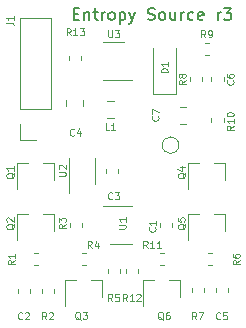
<source format=gto>
G04 #@! TF.GenerationSoftware,KiCad,Pcbnew,(5.1.10)-1*
G04 #@! TF.CreationDate,2021-08-02T23:12:01-04:00*
G04 #@! TF.ProjectId,entropy r3,656e7472-6f70-4792-9072-332e6b696361,rev?*
G04 #@! TF.SameCoordinates,Original*
G04 #@! TF.FileFunction,Legend,Top*
G04 #@! TF.FilePolarity,Positive*
%FSLAX46Y46*%
G04 Gerber Fmt 4.6, Leading zero omitted, Abs format (unit mm)*
G04 Created by KiCad (PCBNEW (5.1.10)-1) date 2021-08-02 23:12:01*
%MOMM*%
%LPD*%
G01*
G04 APERTURE LIST*
%ADD10C,0.150000*%
%ADD11C,0.120000*%
%ADD12C,0.100000*%
G04 APERTURE END LIST*
D10*
X138857142Y-56428571D02*
X139190476Y-56428571D01*
X139333333Y-56952380D02*
X138857142Y-56952380D01*
X138857142Y-55952380D01*
X139333333Y-55952380D01*
X139761904Y-56285714D02*
X139761904Y-56952380D01*
X139761904Y-56380952D02*
X139809523Y-56333333D01*
X139904761Y-56285714D01*
X140047619Y-56285714D01*
X140142857Y-56333333D01*
X140190476Y-56428571D01*
X140190476Y-56952380D01*
X140523809Y-56285714D02*
X140904761Y-56285714D01*
X140666666Y-55952380D02*
X140666666Y-56809523D01*
X140714285Y-56904761D01*
X140809523Y-56952380D01*
X140904761Y-56952380D01*
X141238095Y-56952380D02*
X141238095Y-56285714D01*
X141238095Y-56476190D02*
X141285714Y-56380952D01*
X141333333Y-56333333D01*
X141428571Y-56285714D01*
X141523809Y-56285714D01*
X142000000Y-56952380D02*
X141904761Y-56904761D01*
X141857142Y-56857142D01*
X141809523Y-56761904D01*
X141809523Y-56476190D01*
X141857142Y-56380952D01*
X141904761Y-56333333D01*
X142000000Y-56285714D01*
X142142857Y-56285714D01*
X142238095Y-56333333D01*
X142285714Y-56380952D01*
X142333333Y-56476190D01*
X142333333Y-56761904D01*
X142285714Y-56857142D01*
X142238095Y-56904761D01*
X142142857Y-56952380D01*
X142000000Y-56952380D01*
X142761904Y-56285714D02*
X142761904Y-57285714D01*
X142761904Y-56333333D02*
X142857142Y-56285714D01*
X143047619Y-56285714D01*
X143142857Y-56333333D01*
X143190476Y-56380952D01*
X143238095Y-56476190D01*
X143238095Y-56761904D01*
X143190476Y-56857142D01*
X143142857Y-56904761D01*
X143047619Y-56952380D01*
X142857142Y-56952380D01*
X142761904Y-56904761D01*
X143571428Y-56285714D02*
X143809523Y-56952380D01*
X144047619Y-56285714D02*
X143809523Y-56952380D01*
X143714285Y-57190476D01*
X143666666Y-57238095D01*
X143571428Y-57285714D01*
X145142857Y-56904761D02*
X145285714Y-56952380D01*
X145523809Y-56952380D01*
X145619047Y-56904761D01*
X145666666Y-56857142D01*
X145714285Y-56761904D01*
X145714285Y-56666666D01*
X145666666Y-56571428D01*
X145619047Y-56523809D01*
X145523809Y-56476190D01*
X145333333Y-56428571D01*
X145238095Y-56380952D01*
X145190476Y-56333333D01*
X145142857Y-56238095D01*
X145142857Y-56142857D01*
X145190476Y-56047619D01*
X145238095Y-56000000D01*
X145333333Y-55952380D01*
X145571428Y-55952380D01*
X145714285Y-56000000D01*
X146285714Y-56952380D02*
X146190476Y-56904761D01*
X146142857Y-56857142D01*
X146095238Y-56761904D01*
X146095238Y-56476190D01*
X146142857Y-56380952D01*
X146190476Y-56333333D01*
X146285714Y-56285714D01*
X146428571Y-56285714D01*
X146523809Y-56333333D01*
X146571428Y-56380952D01*
X146619047Y-56476190D01*
X146619047Y-56761904D01*
X146571428Y-56857142D01*
X146523809Y-56904761D01*
X146428571Y-56952380D01*
X146285714Y-56952380D01*
X147476190Y-56285714D02*
X147476190Y-56952380D01*
X147047619Y-56285714D02*
X147047619Y-56809523D01*
X147095238Y-56904761D01*
X147190476Y-56952380D01*
X147333333Y-56952380D01*
X147428571Y-56904761D01*
X147476190Y-56857142D01*
X147952380Y-56952380D02*
X147952380Y-56285714D01*
X147952380Y-56476190D02*
X148000000Y-56380952D01*
X148047619Y-56333333D01*
X148142857Y-56285714D01*
X148238095Y-56285714D01*
X149000000Y-56904761D02*
X148904761Y-56952380D01*
X148714285Y-56952380D01*
X148619047Y-56904761D01*
X148571428Y-56857142D01*
X148523809Y-56761904D01*
X148523809Y-56476190D01*
X148571428Y-56380952D01*
X148619047Y-56333333D01*
X148714285Y-56285714D01*
X148904761Y-56285714D01*
X149000000Y-56333333D01*
X149809523Y-56904761D02*
X149714285Y-56952380D01*
X149523809Y-56952380D01*
X149428571Y-56904761D01*
X149380952Y-56809523D01*
X149380952Y-56428571D01*
X149428571Y-56333333D01*
X149523809Y-56285714D01*
X149714285Y-56285714D01*
X149809523Y-56333333D01*
X149857142Y-56428571D01*
X149857142Y-56523809D01*
X149380952Y-56619047D01*
X151047619Y-56952380D02*
X151047619Y-56285714D01*
X151047619Y-56476190D02*
X151095238Y-56380952D01*
X151142857Y-56333333D01*
X151238095Y-56285714D01*
X151333333Y-56285714D01*
X151571428Y-55952380D02*
X152190476Y-55952380D01*
X151857142Y-56333333D01*
X152000000Y-56333333D01*
X152095238Y-56380952D01*
X152142857Y-56428571D01*
X152190476Y-56523809D01*
X152190476Y-56761904D01*
X152142857Y-56857142D01*
X152095238Y-56904761D01*
X152000000Y-56952380D01*
X151714285Y-56952380D01*
X151619047Y-56904761D01*
X151571428Y-56857142D01*
D11*
X148359252Y-64310000D02*
X147836748Y-64310000D01*
X148359252Y-65730000D02*
X147836748Y-65730000D01*
X147766000Y-67564000D02*
G75*
G03*
X147766000Y-67564000I-700000J0D01*
G01*
X145558000Y-63210000D02*
X145558000Y-59310000D01*
X147558000Y-63210000D02*
X147558000Y-59310000D01*
X145558000Y-63210000D02*
X147558000Y-63210000D01*
X146175000Y-74123733D02*
X146175000Y-74466267D01*
X147195000Y-74123733D02*
X147195000Y-74466267D01*
X135130000Y-80054267D02*
X135130000Y-79711733D01*
X134110000Y-80054267D02*
X134110000Y-79711733D01*
X142623000Y-69551733D02*
X142623000Y-69894267D01*
X141603000Y-69551733D02*
X141603000Y-69894267D01*
X139648000Y-63746748D02*
X139648000Y-64269252D01*
X138228000Y-63746748D02*
X138228000Y-64269252D01*
X150874000Y-80004267D02*
X150874000Y-79661733D01*
X151894000Y-80004267D02*
X151894000Y-79661733D01*
X151548000Y-62151267D02*
X151548000Y-61808733D01*
X150528000Y-62151267D02*
X150528000Y-61808733D01*
X141724748Y-65226000D02*
X142247252Y-65226000D01*
X141724748Y-63806000D02*
X142247252Y-63806000D01*
X135807267Y-77726000D02*
X135464733Y-77726000D01*
X135807267Y-76706000D02*
X135464733Y-76706000D01*
X136142000Y-79711733D02*
X136142000Y-80054267D01*
X137162000Y-79711733D02*
X137162000Y-80054267D01*
X138555000Y-74123733D02*
X138555000Y-74466267D01*
X139575000Y-74123733D02*
X139575000Y-74466267D01*
X139528733Y-76706000D02*
X139871267Y-76706000D01*
X139528733Y-77726000D02*
X139871267Y-77726000D01*
X141730000Y-78060733D02*
X141730000Y-78403267D01*
X142750000Y-78060733D02*
X142750000Y-78403267D01*
X150196733Y-76706000D02*
X150539267Y-76706000D01*
X150196733Y-77726000D02*
X150539267Y-77726000D01*
X149862000Y-79661733D02*
X149862000Y-80004267D01*
X148842000Y-79661733D02*
X148842000Y-80004267D01*
X148688000Y-62161267D02*
X148688000Y-61818733D01*
X149708000Y-62161267D02*
X149708000Y-61818733D01*
X149942733Y-59946000D02*
X150285267Y-59946000D01*
X149942733Y-58926000D02*
X150285267Y-58926000D01*
X151548000Y-65621267D02*
X151548000Y-65278733D01*
X150528000Y-65621267D02*
X150528000Y-65278733D01*
X146475267Y-76706000D02*
X146132733Y-76706000D01*
X146475267Y-77726000D02*
X146132733Y-77726000D01*
X144274000Y-78060733D02*
X144274000Y-78403267D01*
X143254000Y-78060733D02*
X143254000Y-78403267D01*
X143775000Y-72685000D02*
X141325000Y-72685000D01*
X141975000Y-75905000D02*
X143775000Y-75905000D01*
X138473000Y-68623000D02*
X138473000Y-71623000D01*
X140673000Y-68623000D02*
X140673000Y-70823000D01*
X143140000Y-58842000D02*
X141340000Y-58842000D01*
X141340000Y-62062000D02*
X143790000Y-62062000D01*
X135636000Y-67116000D02*
X134306000Y-67116000D01*
X134306000Y-67116000D02*
X134306000Y-65786000D01*
X134306000Y-64516000D02*
X134306000Y-56836000D01*
X136966000Y-56836000D02*
X134306000Y-56836000D01*
X136966000Y-64516000D02*
X136966000Y-56836000D01*
X136966000Y-64516000D02*
X134306000Y-64516000D01*
X137216000Y-69090000D02*
X136286000Y-69090000D01*
X134056000Y-69090000D02*
X134986000Y-69090000D01*
X134056000Y-69090000D02*
X134056000Y-71250000D01*
X137216000Y-69090000D02*
X137216000Y-70550000D01*
X137216000Y-73408000D02*
X137216000Y-74868000D01*
X134056000Y-73408000D02*
X134056000Y-75568000D01*
X134056000Y-73408000D02*
X134986000Y-73408000D01*
X137216000Y-73408000D02*
X136286000Y-73408000D01*
X141280000Y-78996000D02*
X141280000Y-80456000D01*
X138120000Y-78996000D02*
X138120000Y-81156000D01*
X138120000Y-78996000D02*
X139050000Y-78996000D01*
X141280000Y-78996000D02*
X140350000Y-78996000D01*
X151694000Y-69090000D02*
X150764000Y-69090000D01*
X148534000Y-69090000D02*
X149464000Y-69090000D01*
X148534000Y-69090000D02*
X148534000Y-71250000D01*
X151694000Y-69090000D02*
X151694000Y-70550000D01*
X151694000Y-73408000D02*
X151694000Y-74868000D01*
X148534000Y-73408000D02*
X148534000Y-75568000D01*
X148534000Y-73408000D02*
X149464000Y-73408000D01*
X151694000Y-73408000D02*
X150764000Y-73408000D01*
X147884000Y-78996000D02*
X146954000Y-78996000D01*
X144724000Y-78996000D02*
X145654000Y-78996000D01*
X144724000Y-78996000D02*
X144724000Y-81156000D01*
X147884000Y-78996000D02*
X147884000Y-80456000D01*
X139448000Y-60369267D02*
X139448000Y-60026733D01*
X138428000Y-60369267D02*
X138428000Y-60026733D01*
D12*
X146010285Y-65124000D02*
X146038857Y-65152571D01*
X146067428Y-65238285D01*
X146067428Y-65295428D01*
X146038857Y-65381142D01*
X145981714Y-65438285D01*
X145924571Y-65466857D01*
X145810285Y-65495428D01*
X145724571Y-65495428D01*
X145610285Y-65466857D01*
X145553142Y-65438285D01*
X145496000Y-65381142D01*
X145467428Y-65295428D01*
X145467428Y-65238285D01*
X145496000Y-65152571D01*
X145524571Y-65124000D01*
X145467428Y-64924000D02*
X145467428Y-64524000D01*
X146067428Y-64781142D01*
X146829428Y-61402857D02*
X146229428Y-61402857D01*
X146229428Y-61260000D01*
X146258000Y-61174285D01*
X146315142Y-61117142D01*
X146372285Y-61088571D01*
X146486571Y-61060000D01*
X146572285Y-61060000D01*
X146686571Y-61088571D01*
X146743714Y-61117142D01*
X146800857Y-61174285D01*
X146829428Y-61260000D01*
X146829428Y-61402857D01*
X146829428Y-60488571D02*
X146829428Y-60831428D01*
X146829428Y-60660000D02*
X146229428Y-60660000D01*
X146315142Y-60717142D01*
X146372285Y-60774285D01*
X146400857Y-60831428D01*
X145756285Y-74522000D02*
X145784857Y-74550571D01*
X145813428Y-74636285D01*
X145813428Y-74693428D01*
X145784857Y-74779142D01*
X145727714Y-74836285D01*
X145670571Y-74864857D01*
X145556285Y-74893428D01*
X145470571Y-74893428D01*
X145356285Y-74864857D01*
X145299142Y-74836285D01*
X145242000Y-74779142D01*
X145213428Y-74693428D01*
X145213428Y-74636285D01*
X145242000Y-74550571D01*
X145270571Y-74522000D01*
X145813428Y-73950571D02*
X145813428Y-74293428D01*
X145813428Y-74122000D02*
X145213428Y-74122000D01*
X145299142Y-74179142D01*
X145356285Y-74236285D01*
X145384857Y-74293428D01*
X134520000Y-82256285D02*
X134491428Y-82284857D01*
X134405714Y-82313428D01*
X134348571Y-82313428D01*
X134262857Y-82284857D01*
X134205714Y-82227714D01*
X134177142Y-82170571D01*
X134148571Y-82056285D01*
X134148571Y-81970571D01*
X134177142Y-81856285D01*
X134205714Y-81799142D01*
X134262857Y-81742000D01*
X134348571Y-81713428D01*
X134405714Y-81713428D01*
X134491428Y-81742000D01*
X134520000Y-81770571D01*
X134748571Y-81770571D02*
X134777142Y-81742000D01*
X134834285Y-81713428D01*
X134977142Y-81713428D01*
X135034285Y-81742000D01*
X135062857Y-81770571D01*
X135091428Y-81827714D01*
X135091428Y-81884857D01*
X135062857Y-81970571D01*
X134720000Y-82313428D01*
X135091428Y-82313428D01*
X142140000Y-72096285D02*
X142111428Y-72124857D01*
X142025714Y-72153428D01*
X141968571Y-72153428D01*
X141882857Y-72124857D01*
X141825714Y-72067714D01*
X141797142Y-72010571D01*
X141768571Y-71896285D01*
X141768571Y-71810571D01*
X141797142Y-71696285D01*
X141825714Y-71639142D01*
X141882857Y-71582000D01*
X141968571Y-71553428D01*
X142025714Y-71553428D01*
X142111428Y-71582000D01*
X142140000Y-71610571D01*
X142340000Y-71553428D02*
X142711428Y-71553428D01*
X142511428Y-71782000D01*
X142597142Y-71782000D01*
X142654285Y-71810571D01*
X142682857Y-71839142D01*
X142711428Y-71896285D01*
X142711428Y-72039142D01*
X142682857Y-72096285D01*
X142654285Y-72124857D01*
X142597142Y-72153428D01*
X142425714Y-72153428D01*
X142368571Y-72124857D01*
X142340000Y-72096285D01*
X138900000Y-66714285D02*
X138871428Y-66742857D01*
X138785714Y-66771428D01*
X138728571Y-66771428D01*
X138642857Y-66742857D01*
X138585714Y-66685714D01*
X138557142Y-66628571D01*
X138528571Y-66514285D01*
X138528571Y-66428571D01*
X138557142Y-66314285D01*
X138585714Y-66257142D01*
X138642857Y-66200000D01*
X138728571Y-66171428D01*
X138785714Y-66171428D01*
X138871428Y-66200000D01*
X138900000Y-66228571D01*
X139414285Y-66371428D02*
X139414285Y-66771428D01*
X139271428Y-66142857D02*
X139128571Y-66571428D01*
X139500000Y-66571428D01*
X151284000Y-82256285D02*
X151255428Y-82284857D01*
X151169714Y-82313428D01*
X151112571Y-82313428D01*
X151026857Y-82284857D01*
X150969714Y-82227714D01*
X150941142Y-82170571D01*
X150912571Y-82056285D01*
X150912571Y-81970571D01*
X150941142Y-81856285D01*
X150969714Y-81799142D01*
X151026857Y-81742000D01*
X151112571Y-81713428D01*
X151169714Y-81713428D01*
X151255428Y-81742000D01*
X151284000Y-81770571D01*
X151826857Y-81713428D02*
X151541142Y-81713428D01*
X151512571Y-81999142D01*
X151541142Y-81970571D01*
X151598285Y-81942000D01*
X151741142Y-81942000D01*
X151798285Y-81970571D01*
X151826857Y-81999142D01*
X151855428Y-82056285D01*
X151855428Y-82199142D01*
X151826857Y-82256285D01*
X151798285Y-82284857D01*
X151741142Y-82313428D01*
X151598285Y-82313428D01*
X151541142Y-82284857D01*
X151512571Y-82256285D01*
X152360285Y-62076000D02*
X152388857Y-62104571D01*
X152417428Y-62190285D01*
X152417428Y-62247428D01*
X152388857Y-62333142D01*
X152331714Y-62390285D01*
X152274571Y-62418857D01*
X152160285Y-62447428D01*
X152074571Y-62447428D01*
X151960285Y-62418857D01*
X151903142Y-62390285D01*
X151846000Y-62333142D01*
X151817428Y-62247428D01*
X151817428Y-62190285D01*
X151846000Y-62104571D01*
X151874571Y-62076000D01*
X151817428Y-61561714D02*
X151817428Y-61676000D01*
X151846000Y-61733142D01*
X151874571Y-61761714D01*
X151960285Y-61818857D01*
X152074571Y-61847428D01*
X152303142Y-61847428D01*
X152360285Y-61818857D01*
X152388857Y-61790285D01*
X152417428Y-61733142D01*
X152417428Y-61618857D01*
X152388857Y-61561714D01*
X152360285Y-61533142D01*
X152303142Y-61504571D01*
X152160285Y-61504571D01*
X152103142Y-61533142D01*
X152074571Y-61561714D01*
X152046000Y-61618857D01*
X152046000Y-61733142D01*
X152074571Y-61790285D01*
X152103142Y-61818857D01*
X152160285Y-61847428D01*
X141886000Y-66311428D02*
X141600285Y-66311428D01*
X141600285Y-65711428D01*
X142400285Y-66311428D02*
X142057428Y-66311428D01*
X142228857Y-66311428D02*
X142228857Y-65711428D01*
X142171714Y-65797142D01*
X142114571Y-65854285D01*
X142057428Y-65882857D01*
X133875428Y-77316000D02*
X133589714Y-77516000D01*
X133875428Y-77658857D02*
X133275428Y-77658857D01*
X133275428Y-77430285D01*
X133304000Y-77373142D01*
X133332571Y-77344571D01*
X133389714Y-77316000D01*
X133475428Y-77316000D01*
X133532571Y-77344571D01*
X133561142Y-77373142D01*
X133589714Y-77430285D01*
X133589714Y-77658857D01*
X133875428Y-76744571D02*
X133875428Y-77087428D01*
X133875428Y-76916000D02*
X133275428Y-76916000D01*
X133361142Y-76973142D01*
X133418285Y-77030285D01*
X133446857Y-77087428D01*
X136552000Y-82313428D02*
X136352000Y-82027714D01*
X136209142Y-82313428D02*
X136209142Y-81713428D01*
X136437714Y-81713428D01*
X136494857Y-81742000D01*
X136523428Y-81770571D01*
X136552000Y-81827714D01*
X136552000Y-81913428D01*
X136523428Y-81970571D01*
X136494857Y-81999142D01*
X136437714Y-82027714D01*
X136209142Y-82027714D01*
X136780571Y-81770571D02*
X136809142Y-81742000D01*
X136866285Y-81713428D01*
X137009142Y-81713428D01*
X137066285Y-81742000D01*
X137094857Y-81770571D01*
X137123428Y-81827714D01*
X137123428Y-81884857D01*
X137094857Y-81970571D01*
X136752000Y-82313428D01*
X137123428Y-82313428D01*
X138193428Y-74268000D02*
X137907714Y-74468000D01*
X138193428Y-74610857D02*
X137593428Y-74610857D01*
X137593428Y-74382285D01*
X137622000Y-74325142D01*
X137650571Y-74296571D01*
X137707714Y-74268000D01*
X137793428Y-74268000D01*
X137850571Y-74296571D01*
X137879142Y-74325142D01*
X137907714Y-74382285D01*
X137907714Y-74610857D01*
X137593428Y-74068000D02*
X137593428Y-73696571D01*
X137822000Y-73896571D01*
X137822000Y-73810857D01*
X137850571Y-73753714D01*
X137879142Y-73725142D01*
X137936285Y-73696571D01*
X138079142Y-73696571D01*
X138136285Y-73725142D01*
X138164857Y-73753714D01*
X138193428Y-73810857D01*
X138193428Y-73982285D01*
X138164857Y-74039428D01*
X138136285Y-74068000D01*
X140400000Y-76271428D02*
X140200000Y-75985714D01*
X140057142Y-76271428D02*
X140057142Y-75671428D01*
X140285714Y-75671428D01*
X140342857Y-75700000D01*
X140371428Y-75728571D01*
X140400000Y-75785714D01*
X140400000Y-75871428D01*
X140371428Y-75928571D01*
X140342857Y-75957142D01*
X140285714Y-75985714D01*
X140057142Y-75985714D01*
X140914285Y-75871428D02*
X140914285Y-76271428D01*
X140771428Y-75642857D02*
X140628571Y-76071428D01*
X141000000Y-76071428D01*
X142140000Y-80771428D02*
X141940000Y-80485714D01*
X141797142Y-80771428D02*
X141797142Y-80171428D01*
X142025714Y-80171428D01*
X142082857Y-80200000D01*
X142111428Y-80228571D01*
X142140000Y-80285714D01*
X142140000Y-80371428D01*
X142111428Y-80428571D01*
X142082857Y-80457142D01*
X142025714Y-80485714D01*
X141797142Y-80485714D01*
X142682857Y-80171428D02*
X142397142Y-80171428D01*
X142368571Y-80457142D01*
X142397142Y-80428571D01*
X142454285Y-80400000D01*
X142597142Y-80400000D01*
X142654285Y-80428571D01*
X142682857Y-80457142D01*
X142711428Y-80514285D01*
X142711428Y-80657142D01*
X142682857Y-80714285D01*
X142654285Y-80742857D01*
X142597142Y-80771428D01*
X142454285Y-80771428D01*
X142397142Y-80742857D01*
X142368571Y-80714285D01*
X152925428Y-77316000D02*
X152639714Y-77516000D01*
X152925428Y-77658857D02*
X152325428Y-77658857D01*
X152325428Y-77430285D01*
X152354000Y-77373142D01*
X152382571Y-77344571D01*
X152439714Y-77316000D01*
X152525428Y-77316000D01*
X152582571Y-77344571D01*
X152611142Y-77373142D01*
X152639714Y-77430285D01*
X152639714Y-77658857D01*
X152325428Y-76801714D02*
X152325428Y-76916000D01*
X152354000Y-76973142D01*
X152382571Y-77001714D01*
X152468285Y-77058857D01*
X152582571Y-77087428D01*
X152811142Y-77087428D01*
X152868285Y-77058857D01*
X152896857Y-77030285D01*
X152925428Y-76973142D01*
X152925428Y-76858857D01*
X152896857Y-76801714D01*
X152868285Y-76773142D01*
X152811142Y-76744571D01*
X152668285Y-76744571D01*
X152611142Y-76773142D01*
X152582571Y-76801714D01*
X152554000Y-76858857D01*
X152554000Y-76973142D01*
X152582571Y-77030285D01*
X152611142Y-77058857D01*
X152668285Y-77087428D01*
X149252000Y-82313428D02*
X149052000Y-82027714D01*
X148909142Y-82313428D02*
X148909142Y-81713428D01*
X149137714Y-81713428D01*
X149194857Y-81742000D01*
X149223428Y-81770571D01*
X149252000Y-81827714D01*
X149252000Y-81913428D01*
X149223428Y-81970571D01*
X149194857Y-81999142D01*
X149137714Y-82027714D01*
X148909142Y-82027714D01*
X149452000Y-81713428D02*
X149852000Y-81713428D01*
X149594857Y-82313428D01*
X148353428Y-62076000D02*
X148067714Y-62276000D01*
X148353428Y-62418857D02*
X147753428Y-62418857D01*
X147753428Y-62190285D01*
X147782000Y-62133142D01*
X147810571Y-62104571D01*
X147867714Y-62076000D01*
X147953428Y-62076000D01*
X148010571Y-62104571D01*
X148039142Y-62133142D01*
X148067714Y-62190285D01*
X148067714Y-62418857D01*
X148010571Y-61733142D02*
X147982000Y-61790285D01*
X147953428Y-61818857D01*
X147896285Y-61847428D01*
X147867714Y-61847428D01*
X147810571Y-61818857D01*
X147782000Y-61790285D01*
X147753428Y-61733142D01*
X147753428Y-61618857D01*
X147782000Y-61561714D01*
X147810571Y-61533142D01*
X147867714Y-61504571D01*
X147896285Y-61504571D01*
X147953428Y-61533142D01*
X147982000Y-61561714D01*
X148010571Y-61618857D01*
X148010571Y-61733142D01*
X148039142Y-61790285D01*
X148067714Y-61818857D01*
X148124857Y-61847428D01*
X148239142Y-61847428D01*
X148296285Y-61818857D01*
X148324857Y-61790285D01*
X148353428Y-61733142D01*
X148353428Y-61618857D01*
X148324857Y-61561714D01*
X148296285Y-61533142D01*
X148239142Y-61504571D01*
X148124857Y-61504571D01*
X148067714Y-61533142D01*
X148039142Y-61561714D01*
X148010571Y-61618857D01*
X150014000Y-58437428D02*
X149814000Y-58151714D01*
X149671142Y-58437428D02*
X149671142Y-57837428D01*
X149899714Y-57837428D01*
X149956857Y-57866000D01*
X149985428Y-57894571D01*
X150014000Y-57951714D01*
X150014000Y-58037428D01*
X149985428Y-58094571D01*
X149956857Y-58123142D01*
X149899714Y-58151714D01*
X149671142Y-58151714D01*
X150299714Y-58437428D02*
X150414000Y-58437428D01*
X150471142Y-58408857D01*
X150499714Y-58380285D01*
X150556857Y-58294571D01*
X150585428Y-58180285D01*
X150585428Y-57951714D01*
X150556857Y-57894571D01*
X150528285Y-57866000D01*
X150471142Y-57837428D01*
X150356857Y-57837428D01*
X150299714Y-57866000D01*
X150271142Y-57894571D01*
X150242571Y-57951714D01*
X150242571Y-58094571D01*
X150271142Y-58151714D01*
X150299714Y-58180285D01*
X150356857Y-58208857D01*
X150471142Y-58208857D01*
X150528285Y-58180285D01*
X150556857Y-58151714D01*
X150585428Y-58094571D01*
X152417428Y-65917714D02*
X152131714Y-66117714D01*
X152417428Y-66260571D02*
X151817428Y-66260571D01*
X151817428Y-66032000D01*
X151846000Y-65974857D01*
X151874571Y-65946285D01*
X151931714Y-65917714D01*
X152017428Y-65917714D01*
X152074571Y-65946285D01*
X152103142Y-65974857D01*
X152131714Y-66032000D01*
X152131714Y-66260571D01*
X152417428Y-65346285D02*
X152417428Y-65689142D01*
X152417428Y-65517714D02*
X151817428Y-65517714D01*
X151903142Y-65574857D01*
X151960285Y-65632000D01*
X151988857Y-65689142D01*
X151817428Y-64974857D02*
X151817428Y-64917714D01*
X151846000Y-64860571D01*
X151874571Y-64832000D01*
X151931714Y-64803428D01*
X152046000Y-64774857D01*
X152188857Y-64774857D01*
X152303142Y-64803428D01*
X152360285Y-64832000D01*
X152388857Y-64860571D01*
X152417428Y-64917714D01*
X152417428Y-64974857D01*
X152388857Y-65032000D01*
X152360285Y-65060571D01*
X152303142Y-65089142D01*
X152188857Y-65117714D01*
X152046000Y-65117714D01*
X151931714Y-65089142D01*
X151874571Y-65060571D01*
X151846000Y-65032000D01*
X151817428Y-64974857D01*
X145114285Y-76271428D02*
X144914285Y-75985714D01*
X144771428Y-76271428D02*
X144771428Y-75671428D01*
X145000000Y-75671428D01*
X145057142Y-75700000D01*
X145085714Y-75728571D01*
X145114285Y-75785714D01*
X145114285Y-75871428D01*
X145085714Y-75928571D01*
X145057142Y-75957142D01*
X145000000Y-75985714D01*
X144771428Y-75985714D01*
X145685714Y-76271428D02*
X145342857Y-76271428D01*
X145514285Y-76271428D02*
X145514285Y-75671428D01*
X145457142Y-75757142D01*
X145400000Y-75814285D01*
X145342857Y-75842857D01*
X146257142Y-76271428D02*
X145914285Y-76271428D01*
X146085714Y-76271428D02*
X146085714Y-75671428D01*
X146028571Y-75757142D01*
X145971428Y-75814285D01*
X145914285Y-75842857D01*
X143378285Y-80771428D02*
X143178285Y-80485714D01*
X143035428Y-80771428D02*
X143035428Y-80171428D01*
X143264000Y-80171428D01*
X143321142Y-80200000D01*
X143349714Y-80228571D01*
X143378285Y-80285714D01*
X143378285Y-80371428D01*
X143349714Y-80428571D01*
X143321142Y-80457142D01*
X143264000Y-80485714D01*
X143035428Y-80485714D01*
X143949714Y-80771428D02*
X143606857Y-80771428D01*
X143778285Y-80771428D02*
X143778285Y-80171428D01*
X143721142Y-80257142D01*
X143664000Y-80314285D01*
X143606857Y-80342857D01*
X144178285Y-80228571D02*
X144206857Y-80200000D01*
X144264000Y-80171428D01*
X144406857Y-80171428D01*
X144464000Y-80200000D01*
X144492571Y-80228571D01*
X144521142Y-80285714D01*
X144521142Y-80342857D01*
X144492571Y-80428571D01*
X144149714Y-80771428D01*
X144521142Y-80771428D01*
X142673428Y-74625142D02*
X143159142Y-74625142D01*
X143216285Y-74596571D01*
X143244857Y-74568000D01*
X143273428Y-74510857D01*
X143273428Y-74396571D01*
X143244857Y-74339428D01*
X143216285Y-74310857D01*
X143159142Y-74282285D01*
X142673428Y-74282285D01*
X143273428Y-73682285D02*
X143273428Y-74025142D01*
X143273428Y-73853714D02*
X142673428Y-73853714D01*
X142759142Y-73910857D01*
X142816285Y-73968000D01*
X142844857Y-74025142D01*
X137593428Y-70180142D02*
X138079142Y-70180142D01*
X138136285Y-70151571D01*
X138164857Y-70123000D01*
X138193428Y-70065857D01*
X138193428Y-69951571D01*
X138164857Y-69894428D01*
X138136285Y-69865857D01*
X138079142Y-69837285D01*
X137593428Y-69837285D01*
X137650571Y-69580142D02*
X137622000Y-69551571D01*
X137593428Y-69494428D01*
X137593428Y-69351571D01*
X137622000Y-69294428D01*
X137650571Y-69265857D01*
X137707714Y-69237285D01*
X137764857Y-69237285D01*
X137850571Y-69265857D01*
X138193428Y-69608714D01*
X138193428Y-69237285D01*
X141782857Y-57837428D02*
X141782857Y-58323142D01*
X141811428Y-58380285D01*
X141840000Y-58408857D01*
X141897142Y-58437428D01*
X142011428Y-58437428D01*
X142068571Y-58408857D01*
X142097142Y-58380285D01*
X142125714Y-58323142D01*
X142125714Y-57837428D01*
X142354285Y-57837428D02*
X142725714Y-57837428D01*
X142525714Y-58066000D01*
X142611428Y-58066000D01*
X142668571Y-58094571D01*
X142697142Y-58123142D01*
X142725714Y-58180285D01*
X142725714Y-58323142D01*
X142697142Y-58380285D01*
X142668571Y-58408857D01*
X142611428Y-58437428D01*
X142440000Y-58437428D01*
X142382857Y-58408857D01*
X142354285Y-58380285D01*
X133171428Y-57200000D02*
X133600000Y-57200000D01*
X133685714Y-57228571D01*
X133742857Y-57285714D01*
X133771428Y-57371428D01*
X133771428Y-57428571D01*
X133771428Y-56600000D02*
X133771428Y-56942857D01*
X133771428Y-56771428D02*
X133171428Y-56771428D01*
X133257142Y-56828571D01*
X133314285Y-56885714D01*
X133342857Y-56942857D01*
X133828571Y-69907142D02*
X133800000Y-69964285D01*
X133742857Y-70021428D01*
X133657142Y-70107142D01*
X133628571Y-70164285D01*
X133628571Y-70221428D01*
X133771428Y-70192857D02*
X133742857Y-70250000D01*
X133685714Y-70307142D01*
X133571428Y-70335714D01*
X133371428Y-70335714D01*
X133257142Y-70307142D01*
X133200000Y-70250000D01*
X133171428Y-70192857D01*
X133171428Y-70078571D01*
X133200000Y-70021428D01*
X133257142Y-69964285D01*
X133371428Y-69935714D01*
X133571428Y-69935714D01*
X133685714Y-69964285D01*
X133742857Y-70021428D01*
X133771428Y-70078571D01*
X133771428Y-70192857D01*
X133771428Y-69364285D02*
X133771428Y-69707142D01*
X133771428Y-69535714D02*
X133171428Y-69535714D01*
X133257142Y-69592857D01*
X133314285Y-69650000D01*
X133342857Y-69707142D01*
X133828571Y-74225142D02*
X133800000Y-74282285D01*
X133742857Y-74339428D01*
X133657142Y-74425142D01*
X133628571Y-74482285D01*
X133628571Y-74539428D01*
X133771428Y-74510857D02*
X133742857Y-74568000D01*
X133685714Y-74625142D01*
X133571428Y-74653714D01*
X133371428Y-74653714D01*
X133257142Y-74625142D01*
X133200000Y-74568000D01*
X133171428Y-74510857D01*
X133171428Y-74396571D01*
X133200000Y-74339428D01*
X133257142Y-74282285D01*
X133371428Y-74253714D01*
X133571428Y-74253714D01*
X133685714Y-74282285D01*
X133742857Y-74339428D01*
X133771428Y-74396571D01*
X133771428Y-74510857D01*
X133228571Y-74025142D02*
X133200000Y-73996571D01*
X133171428Y-73939428D01*
X133171428Y-73796571D01*
X133200000Y-73739428D01*
X133228571Y-73710857D01*
X133285714Y-73682285D01*
X133342857Y-73682285D01*
X133428571Y-73710857D01*
X133771428Y-74053714D01*
X133771428Y-73682285D01*
X139442857Y-82328571D02*
X139385714Y-82300000D01*
X139328571Y-82242857D01*
X139242857Y-82157142D01*
X139185714Y-82128571D01*
X139128571Y-82128571D01*
X139157142Y-82271428D02*
X139100000Y-82242857D01*
X139042857Y-82185714D01*
X139014285Y-82071428D01*
X139014285Y-81871428D01*
X139042857Y-81757142D01*
X139100000Y-81700000D01*
X139157142Y-81671428D01*
X139271428Y-81671428D01*
X139328571Y-81700000D01*
X139385714Y-81757142D01*
X139414285Y-81871428D01*
X139414285Y-82071428D01*
X139385714Y-82185714D01*
X139328571Y-82242857D01*
X139271428Y-82271428D01*
X139157142Y-82271428D01*
X139614285Y-81671428D02*
X139985714Y-81671428D01*
X139785714Y-81900000D01*
X139871428Y-81900000D01*
X139928571Y-81928571D01*
X139957142Y-81957142D01*
X139985714Y-82014285D01*
X139985714Y-82157142D01*
X139957142Y-82214285D01*
X139928571Y-82242857D01*
X139871428Y-82271428D01*
X139700000Y-82271428D01*
X139642857Y-82242857D01*
X139614285Y-82214285D01*
X148328571Y-69907142D02*
X148300000Y-69964285D01*
X148242857Y-70021428D01*
X148157142Y-70107142D01*
X148128571Y-70164285D01*
X148128571Y-70221428D01*
X148271428Y-70192857D02*
X148242857Y-70250000D01*
X148185714Y-70307142D01*
X148071428Y-70335714D01*
X147871428Y-70335714D01*
X147757142Y-70307142D01*
X147700000Y-70250000D01*
X147671428Y-70192857D01*
X147671428Y-70078571D01*
X147700000Y-70021428D01*
X147757142Y-69964285D01*
X147871428Y-69935714D01*
X148071428Y-69935714D01*
X148185714Y-69964285D01*
X148242857Y-70021428D01*
X148271428Y-70078571D01*
X148271428Y-70192857D01*
X147871428Y-69421428D02*
X148271428Y-69421428D01*
X147642857Y-69564285D02*
X148071428Y-69707142D01*
X148071428Y-69335714D01*
X148328571Y-74225142D02*
X148300000Y-74282285D01*
X148242857Y-74339428D01*
X148157142Y-74425142D01*
X148128571Y-74482285D01*
X148128571Y-74539428D01*
X148271428Y-74510857D02*
X148242857Y-74568000D01*
X148185714Y-74625142D01*
X148071428Y-74653714D01*
X147871428Y-74653714D01*
X147757142Y-74625142D01*
X147700000Y-74568000D01*
X147671428Y-74510857D01*
X147671428Y-74396571D01*
X147700000Y-74339428D01*
X147757142Y-74282285D01*
X147871428Y-74253714D01*
X148071428Y-74253714D01*
X148185714Y-74282285D01*
X148242857Y-74339428D01*
X148271428Y-74396571D01*
X148271428Y-74510857D01*
X147671428Y-73710857D02*
X147671428Y-73996571D01*
X147957142Y-74025142D01*
X147928571Y-73996571D01*
X147900000Y-73939428D01*
X147900000Y-73796571D01*
X147928571Y-73739428D01*
X147957142Y-73710857D01*
X148014285Y-73682285D01*
X148157142Y-73682285D01*
X148214285Y-73710857D01*
X148242857Y-73739428D01*
X148271428Y-73796571D01*
X148271428Y-73939428D01*
X148242857Y-73996571D01*
X148214285Y-74025142D01*
X146442857Y-82328571D02*
X146385714Y-82300000D01*
X146328571Y-82242857D01*
X146242857Y-82157142D01*
X146185714Y-82128571D01*
X146128571Y-82128571D01*
X146157142Y-82271428D02*
X146100000Y-82242857D01*
X146042857Y-82185714D01*
X146014285Y-82071428D01*
X146014285Y-81871428D01*
X146042857Y-81757142D01*
X146100000Y-81700000D01*
X146157142Y-81671428D01*
X146271428Y-81671428D01*
X146328571Y-81700000D01*
X146385714Y-81757142D01*
X146414285Y-81871428D01*
X146414285Y-82071428D01*
X146385714Y-82185714D01*
X146328571Y-82242857D01*
X146271428Y-82271428D01*
X146157142Y-82271428D01*
X146928571Y-81671428D02*
X146814285Y-81671428D01*
X146757142Y-81700000D01*
X146728571Y-81728571D01*
X146671428Y-81814285D01*
X146642857Y-81928571D01*
X146642857Y-82157142D01*
X146671428Y-82214285D01*
X146700000Y-82242857D01*
X146757142Y-82271428D01*
X146871428Y-82271428D01*
X146928571Y-82242857D01*
X146957142Y-82214285D01*
X146985714Y-82157142D01*
X146985714Y-82014285D01*
X146957142Y-81957142D01*
X146928571Y-81928571D01*
X146871428Y-81900000D01*
X146757142Y-81900000D01*
X146700000Y-81928571D01*
X146671428Y-81957142D01*
X146642857Y-82014285D01*
X138614285Y-58271428D02*
X138414285Y-57985714D01*
X138271428Y-58271428D02*
X138271428Y-57671428D01*
X138500000Y-57671428D01*
X138557142Y-57700000D01*
X138585714Y-57728571D01*
X138614285Y-57785714D01*
X138614285Y-57871428D01*
X138585714Y-57928571D01*
X138557142Y-57957142D01*
X138500000Y-57985714D01*
X138271428Y-57985714D01*
X139185714Y-58271428D02*
X138842857Y-58271428D01*
X139014285Y-58271428D02*
X139014285Y-57671428D01*
X138957142Y-57757142D01*
X138900000Y-57814285D01*
X138842857Y-57842857D01*
X139385714Y-57671428D02*
X139757142Y-57671428D01*
X139557142Y-57900000D01*
X139642857Y-57900000D01*
X139700000Y-57928571D01*
X139728571Y-57957142D01*
X139757142Y-58014285D01*
X139757142Y-58157142D01*
X139728571Y-58214285D01*
X139700000Y-58242857D01*
X139642857Y-58271428D01*
X139471428Y-58271428D01*
X139414285Y-58242857D01*
X139385714Y-58214285D01*
M02*

</source>
